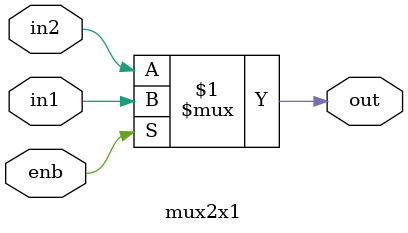
<source format=v>


// Design Block
module  mux2x1 (//inputs
                in1, 
                in2, 
                enb,
                //outputs
                out
                );

// inputs and outputs declaration
input   in1;
input   in2; 
input   enb;

output out ;

wire out ;

assign out = (enb) ? in1 : in2 ;

endmodule
</source>
